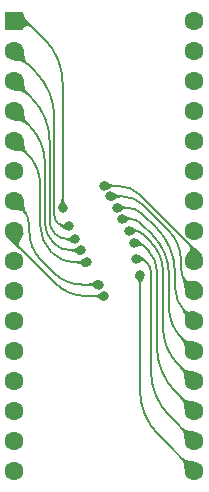
<source format=gbl>
%TF.GenerationSoftware,KiCad,Pcbnew,9.0.2*%
%TF.CreationDate,2025-06-27T13:20:57+02:00*%
%TF.ProjectId,TSSOP32-14mm Adapter,5453534f-5033-4322-9d31-346d6d204164,V1*%
%TF.SameCoordinates,Original*%
%TF.FileFunction,Copper,L2,Bot*%
%TF.FilePolarity,Positive*%
%FSLAX46Y46*%
G04 Gerber Fmt 4.6, Leading zero omitted, Abs format (unit mm)*
G04 Created by KiCad (PCBNEW 9.0.2) date 2025-06-27 13:20:57*
%MOMM*%
%LPD*%
G01*
G04 APERTURE LIST*
G04 Aperture macros list*
%AMRoundRect*
0 Rectangle with rounded corners*
0 $1 Rounding radius*
0 $2 $3 $4 $5 $6 $7 $8 $9 X,Y pos of 4 corners*
0 Add a 4 corners polygon primitive as box body*
4,1,4,$2,$3,$4,$5,$6,$7,$8,$9,$2,$3,0*
0 Add four circle primitives for the rounded corners*
1,1,$1+$1,$2,$3*
1,1,$1+$1,$4,$5*
1,1,$1+$1,$6,$7*
1,1,$1+$1,$8,$9*
0 Add four rect primitives between the rounded corners*
20,1,$1+$1,$2,$3,$4,$5,0*
20,1,$1+$1,$4,$5,$6,$7,0*
20,1,$1+$1,$6,$7,$8,$9,0*
20,1,$1+$1,$8,$9,$2,$3,0*%
G04 Aperture macros list end*
%TA.AperFunction,ComponentPad*%
%ADD10RoundRect,0.250000X-0.550000X-0.550000X0.550000X-0.550000X0.550000X0.550000X-0.550000X0.550000X0*%
%TD*%
%TA.AperFunction,ComponentPad*%
%ADD11C,1.600000*%
%TD*%
%TA.AperFunction,ViaPad*%
%ADD12C,0.800000*%
%TD*%
%TA.AperFunction,Conductor*%
%ADD13C,0.200000*%
%TD*%
G04 APERTURE END LIST*
D10*
%TO.P,J1,1,Pin_1*%
%TO.N,/1*%
X0Y0D03*
D11*
%TO.P,J1,2,Pin_2*%
%TO.N,/2*%
X0Y-2540000D03*
%TO.P,J1,3,Pin_3*%
%TO.N,/3*%
X0Y-5080000D03*
%TO.P,J1,4,Pin_4*%
%TO.N,/4*%
X0Y-7620000D03*
%TO.P,J1,5,Pin_5*%
%TO.N,/5*%
X0Y-10160000D03*
%TO.P,J1,6,Pin_6*%
%TO.N,unconnected-(J1-Pin_6-Pad6)*%
X0Y-12700000D03*
%TO.P,J1,7,Pin_7*%
%TO.N,/7*%
X0Y-15240000D03*
%TO.P,J1,8,Pin_8*%
%TO.N,/8*%
X0Y-17780000D03*
%TO.P,J1,9,Pin_9*%
%TO.N,unconnected-(J1-Pin_9-Pad9)*%
X0Y-20320000D03*
%TO.P,J1,10,Pin_10*%
%TO.N,/10*%
X0Y-22860000D03*
%TO.P,J1,11,Pin_11*%
%TO.N,/11*%
X0Y-25400000D03*
%TO.P,J1,12,Pin_12*%
%TO.N,/12*%
X0Y-27940000D03*
%TO.P,J1,13,Pin_13*%
%TO.N,/13*%
X0Y-30480000D03*
%TO.P,J1,14,Pin_14*%
%TO.N,/14*%
X0Y-33020000D03*
%TO.P,J1,15,Pin_15*%
%TO.N,/15*%
X0Y-35560000D03*
%TO.P,J1,16,Pin_16*%
%TO.N,/16*%
X0Y-38100000D03*
%TO.P,J1,17,Pin_17*%
%TO.N,/17*%
X15240000Y-38100000D03*
%TO.P,J1,18,Pin_18*%
%TO.N,/18*%
X15240000Y-35560000D03*
%TO.P,J1,19,Pin_19*%
%TO.N,/19*%
X15240000Y-33020000D03*
%TO.P,J1,20,Pin_20*%
%TO.N,/20*%
X15240000Y-30480000D03*
%TO.P,J1,21,Pin_21*%
%TO.N,/21*%
X15240000Y-27940000D03*
%TO.P,J1,22,Pin_22*%
%TO.N,/22*%
X15240000Y-25400000D03*
%TO.P,J1,23,Pin_23*%
%TO.N,/23*%
X15240000Y-22860000D03*
%TO.P,J1,24,Pin_24*%
%TO.N,/24*%
X15240000Y-20320000D03*
%TO.P,J1,25,Pin_25*%
%TO.N,/25*%
X15240000Y-17780000D03*
%TO.P,J1,26,Pin_26*%
%TO.N,/26*%
X15240000Y-15240000D03*
%TO.P,J1,27,Pin_27*%
%TO.N,/27*%
X15240000Y-12700000D03*
%TO.P,J1,28,Pin_28*%
%TO.N,/28*%
X15240000Y-10160000D03*
%TO.P,J1,29,Pin_29*%
%TO.N,/29*%
X15240000Y-7620000D03*
%TO.P,J1,30,Pin_30*%
%TO.N,/30*%
X15240000Y-5080000D03*
%TO.P,J1,31,Pin_31*%
%TO.N,/31*%
X15240000Y-2540000D03*
%TO.P,J1,32,Pin_32*%
%TO.N,/32*%
X15240000Y0D03*
%TD*%
D12*
%TO.N,/5*%
X6125000Y-20447000D03*
%TO.N,/23*%
X8125000Y-14859000D03*
%TO.N,/19*%
X10160000Y-18796000D03*
%TO.N,/3*%
X5125000Y-18481326D03*
%TO.N,/18*%
X10328169Y-20151831D03*
%TO.N,/24*%
X7620000Y-13970000D03*
%TO.N,/7*%
X7125000Y-22328009D03*
%TO.N,/17*%
X10617872Y-21502195D03*
%TO.N,/1*%
X4079328Y-15845666D03*
%TO.N,/8*%
X7624999Y-23304205D03*
%TO.N,/20*%
X9724189Y-17762051D03*
%TO.N,/22*%
X8668616Y-15824104D03*
%TO.N,/4*%
X5625000Y-19435233D03*
%TO.N,/21*%
X9125000Y-16764000D03*
%TO.N,/2*%
X4625000Y-17399000D03*
%TD*%
D13*
%TO.N,/2*%
X1784207Y-4324207D02*
G75*
G02*
X3378000Y-8171963I-3847761J-3847758D01*
G01*
X3693755Y-17155755D02*
G75*
G03*
X4281000Y-17398997I587245J587255D01*
G01*
X3378000Y-16444727D02*
G75*
G03*
X3657499Y-17119501I954270J-3D01*
G01*
%TO.N,/21*%
X10736689Y-17184979D02*
G75*
G03*
X9720355Y-16764028I-1016289J-1016321D01*
G01*
X11698355Y-18146645D02*
G75*
G02*
X13081002Y-21484645I-3338005J-3338005D01*
G01*
X13081000Y-24254356D02*
G75*
G03*
X14160501Y-26860499I3685630J-4D01*
G01*
%TO.N,/4*%
X1289000Y-8909000D02*
G75*
G02*
X2578000Y-12020921I-3111928J-3111924D01*
G01*
X3345931Y-18839931D02*
G75*
G03*
X4783116Y-19435237I1437189J1437181D01*
G01*
X2578000Y-17108048D02*
G75*
G03*
X3259616Y-18753616I2327180J-2D01*
G01*
%TO.N,/22*%
X13589000Y-22581566D02*
G75*
G03*
X14414499Y-24574501I2818430J-4D01*
G01*
X11995207Y-17482257D02*
G75*
G02*
X13589004Y-21330013I-3847757J-3847763D01*
G01*
X10926935Y-16413985D02*
G75*
G03*
X9502835Y-15824101I-1424105J-1424105D01*
G01*
%TO.N,/20*%
X11566865Y-18768186D02*
G75*
G02*
X12572999Y-21197210I-2429025J-2429024D01*
G01*
X12573000Y-25927146D02*
G75*
G03*
X13906499Y-29146501I4552850J-4D01*
G01*
X10856491Y-18057812D02*
G75*
G03*
X10142459Y-17762066I-713991J-713988D01*
G01*
%TO.N,/8*%
X0Y-18272182D02*
G75*
G03*
X348025Y-19112390I1188227J-3D01*
G01*
X3449071Y-22213436D02*
G75*
G03*
X6082419Y-23304206I2633349J2633346D01*
G01*
%TO.N,/1*%
X2539664Y-1539663D02*
G75*
G02*
X4079328Y-5256741I-3717083J-3717080D01*
G01*
X1353553Y-353553D02*
G75*
G03*
X500000Y2I-853553J-853547D01*
G01*
%TO.N,/17*%
X10617872Y-31223908D02*
G75*
G03*
X12211664Y-35071664I5441548J-2D01*
G01*
%TO.N,/7*%
X1270000Y-17891125D02*
G75*
G03*
X2246602Y-20248852I3334327J-2D01*
G01*
X3336077Y-21338327D02*
G75*
G03*
X5725379Y-22328010I2389303J2389297D01*
G01*
X635000Y-15875000D02*
G75*
G02*
X1270000Y-17408025I-1533030J-1533028D01*
G01*
%TO.N,/24*%
X10671402Y-14767038D02*
G75*
G03*
X8747182Y-13969996I-1924222J-1924212D01*
G01*
X14891974Y-18987610D02*
G75*
G02*
X15239997Y-19827818I-840174J-840190D01*
G01*
%TO.N,/18*%
X11557000Y-29623036D02*
G75*
G03*
X13150790Y-33470794I5441550J-4D01*
G01*
X11218915Y-20489915D02*
G75*
G02*
X11556981Y-21306123I-816215J-816185D01*
G01*
X11076226Y-20347226D02*
G75*
G03*
X10604500Y-20151815I-471726J-471674D01*
G01*
%TO.N,/3*%
X3434853Y-18039853D02*
G75*
G03*
X4500663Y-18481330I1065817J1065813D01*
G01*
X2978000Y-16947787D02*
G75*
G03*
X3427164Y-18032162I1533530J-3D01*
G01*
X1489000Y-6569000D02*
G75*
G02*
X2978000Y-10163763I-3594766J-3594765D01*
G01*
%TO.N,/19*%
X10847605Y-18975605D02*
G75*
G03*
X10414000Y-18795997I-433605J-433595D01*
G01*
X11366500Y-19494500D02*
G75*
G02*
X12064988Y-21180828I-1686300J-1686300D01*
G01*
X12065000Y-27599935D02*
G75*
G03*
X13652499Y-31432501I5420060J-5D01*
G01*
%TO.N,/23*%
X13067807Y-17776810D02*
G75*
G02*
X14096994Y-20261501I-2484707J-2484690D01*
G01*
X14097000Y-20908776D02*
G75*
G03*
X14668497Y-22288503I1951230J-4D01*
G01*
X10865941Y-15574944D02*
G75*
G03*
X9137498Y-14859005I-1728441J-1728456D01*
G01*
%TO.N,/5*%
X2178000Y-17335797D02*
G75*
G03*
X3089249Y-19535751I3111200J-3D01*
G01*
X3249375Y-19695875D02*
G75*
G03*
X5062750Y-20446997I1813375J1813385D01*
G01*
X1089000Y-11249000D02*
G75*
G02*
X2178000Y-13878078I-2629078J-2629078D01*
G01*
X1089000Y-11249000D02*
X0Y-10160000D01*
X3089250Y-19535750D02*
X3249375Y-19695875D01*
X6125000Y-20447000D02*
X5062750Y-20447000D01*
X2178000Y-17335797D02*
X2178000Y-13878078D01*
%TO.N,/23*%
X14097000Y-20261501D02*
X14097000Y-20908776D01*
X9137498Y-14859000D02*
X8125000Y-14859000D01*
X14668500Y-22288500D02*
X15240000Y-22860000D01*
X13067807Y-17776810D02*
X10865941Y-15574944D01*
%TO.N,/19*%
X12065000Y-21180828D02*
X12065000Y-27599935D01*
X10414000Y-18796000D02*
X10160000Y-18796000D01*
X10847605Y-18975605D02*
X11366500Y-19494500D01*
X13652500Y-31432500D02*
X15240000Y-33020000D01*
%TO.N,/3*%
X1489000Y-6569000D02*
X0Y-5080000D01*
X2978000Y-16947787D02*
X2978000Y-10163763D01*
X4500663Y-18481326D02*
X5125000Y-18481326D01*
X3434853Y-18039853D02*
X3427163Y-18032163D01*
%TO.N,/18*%
X10328169Y-20151831D02*
X10604500Y-20151831D01*
X11557000Y-29623036D02*
X11557000Y-21306123D01*
X11218915Y-20489915D02*
X11076226Y-20347226D01*
X13150792Y-33470792D02*
X15240000Y-35560000D01*
%TO.N,/24*%
X10671402Y-14767038D02*
X14891974Y-18987610D01*
X8747182Y-13970000D02*
X7620000Y-13970000D01*
%TO.N,/7*%
X1270000Y-17891125D02*
X1270000Y-17408025D01*
X635000Y-15875000D02*
X0Y-15240000D01*
X2246602Y-20248852D02*
X3336077Y-21338327D01*
X7125000Y-22328009D02*
X5725379Y-22328009D01*
%TO.N,/17*%
X12211664Y-35071664D02*
X15240000Y-38100000D01*
X10617872Y-31223908D02*
X10617872Y-21502195D01*
%TO.N,/1*%
X4079328Y-5256741D02*
X4079328Y-15845666D01*
X2539664Y-1539663D02*
X1353553Y-353553D01*
%TO.N,/8*%
X348025Y-19112390D02*
X3449071Y-22213436D01*
X7624999Y-23304205D02*
X6082419Y-23304205D01*
%TO.N,/20*%
X12573000Y-21197210D02*
X12573000Y-25927146D01*
X11566865Y-18768186D02*
X10856491Y-18057812D01*
X9724189Y-17762051D02*
X10142459Y-17762051D01*
X13906500Y-29146500D02*
X15240000Y-30480000D01*
%TO.N,/22*%
X8668616Y-15824104D02*
X9502835Y-15824104D01*
X11995207Y-17482257D02*
X10926935Y-16413985D01*
X13589000Y-22581566D02*
X13589000Y-21330013D01*
X14414500Y-24574500D02*
X15240000Y-25400000D01*
%TO.N,/4*%
X3345931Y-18839931D02*
X3259616Y-18753616D01*
X1289000Y-8909000D02*
X0Y-7620000D01*
X2578000Y-12020921D02*
X2578000Y-17108048D01*
X5625000Y-19435233D02*
X4783116Y-19435233D01*
%TO.N,/21*%
X13081000Y-21484645D02*
X13081000Y-24254356D01*
X14160500Y-26860500D02*
X15240000Y-27940000D01*
X10736689Y-17184979D02*
X11698355Y-18146645D01*
X9720355Y-16764000D02*
X9125000Y-16764000D01*
%TO.N,/2*%
X4281000Y-17399000D02*
X4625000Y-17399000D01*
X1784207Y-4324207D02*
X0Y-2540000D01*
X3693755Y-17155755D02*
X3657500Y-17119500D01*
X3378000Y-8171963D02*
X3378000Y-16444727D01*
%TD*%
%TA.AperFunction,Conductor*%
%TO.N,/2*%
G36*
X4543321Y-17011519D02*
G01*
X4549198Y-17018276D01*
X4549574Y-17019688D01*
X4624871Y-17394774D01*
X4623140Y-17403560D01*
X4623112Y-17403601D01*
X4409140Y-17722108D01*
X4401682Y-17727065D01*
X4393141Y-17725451D01*
X4225226Y-17618465D01*
X4225219Y-17618461D01*
X4099998Y-17546911D01*
X4099963Y-17546891D01*
X4099934Y-17546875D01*
X4099934Y-17546874D01*
X4089261Y-17540952D01*
X4089110Y-17540867D01*
X3968372Y-17471509D01*
X3967903Y-17471225D01*
X3807302Y-17368670D01*
X3802174Y-17361329D01*
X3803738Y-17352512D01*
X3803825Y-17352377D01*
X3902263Y-17205052D01*
X3909708Y-17200078D01*
X3917833Y-17201415D01*
X3965918Y-17229132D01*
X4016873Y-17247943D01*
X4062497Y-17254162D01*
X4104078Y-17249572D01*
X4180253Y-17215087D01*
X4255690Y-17158740D01*
X4300898Y-17123377D01*
X4301871Y-17122695D01*
X4416726Y-17050639D01*
X4419214Y-17049462D01*
X4534390Y-17010896D01*
X4543321Y-17011519D01*
G37*
%TD.AperFunction*%
%TD*%
%TA.AperFunction,Conductor*%
%TO.N,/8*%
G36*
X4048Y-17780242D02*
G01*
X772259Y-17933602D01*
X779700Y-17938583D01*
X781441Y-17947367D01*
X781236Y-17948222D01*
X738973Y-18099630D01*
X738432Y-18101153D01*
X676406Y-18243685D01*
X675867Y-18244766D01*
X604632Y-18370995D01*
X604288Y-18371566D01*
X580248Y-18409009D01*
X531265Y-18485303D01*
X494957Y-18540952D01*
X430779Y-18653811D01*
X411231Y-18688188D01*
X376295Y-18800591D01*
X376294Y-18800594D01*
X379024Y-18906081D01*
X396215Y-18962510D01*
X396217Y-18962516D01*
X425675Y-19021403D01*
X473517Y-19089523D01*
X518266Y-19139003D01*
X531670Y-19153825D01*
X534677Y-19162260D01*
X531265Y-19169946D01*
X405723Y-19295488D01*
X397450Y-19298915D01*
X389449Y-19295751D01*
X137960Y-19060014D01*
X137935Y-19059992D01*
X-61203Y-18894222D01*
X-61248Y-18894184D01*
X-239030Y-18744675D01*
X-239647Y-18744118D01*
X-329162Y-18657271D01*
X-329719Y-18656693D01*
X-423997Y-18551740D01*
X-424498Y-18551143D01*
X-536021Y-18409009D01*
X-536402Y-18408495D01*
X-658330Y-18234238D01*
X-660266Y-18225494D01*
X-655452Y-18217944D01*
X-655256Y-18217810D01*
X-480021Y-18100411D01*
X-4744Y-17781997D01*
X4035Y-17780240D01*
X4048Y-17780242D01*
G37*
%TD.AperFunction*%
%TD*%
%TA.AperFunction,Conductor*%
%TO.N,/1*%
G36*
X792396Y572337D02*
G01*
X794583Y566937D01*
X802473Y508064D01*
X802478Y508045D01*
X825866Y430856D01*
X825870Y430846D01*
X872085Y328946D01*
X872092Y328932D01*
X933969Y223867D01*
X933974Y223860D01*
X1025162Y95927D01*
X1025165Y95923D01*
X1128607Y-28560D01*
X1128615Y-28569D01*
X1244472Y-151191D01*
X1244479Y-151198D01*
X1360466Y-259778D01*
X1360468Y-259781D01*
X1529059Y-390030D01*
X1533511Y-397800D01*
X1531165Y-406442D01*
X1530179Y-407562D01*
X1403841Y-533900D01*
X1395568Y-537327D01*
X1390818Y-536319D01*
X1309674Y-500267D01*
X1309664Y-500264D01*
X1151417Y-472447D01*
X1151408Y-472446D01*
X993926Y-480074D01*
X993920Y-480075D01*
X861871Y-518361D01*
X861869Y-518362D01*
X760410Y-581547D01*
X688303Y-667981D01*
X663140Y-720732D01*
X663139Y-720732D01*
X651830Y-759728D01*
X646234Y-766719D01*
X637334Y-767706D01*
X631576Y-763925D01*
X628105Y-759728D01*
X7165Y-8813D01*
X4535Y-254D01*
X8727Y7659D01*
X9229Y8051D01*
X128121Y95923D01*
X581273Y430846D01*
X776033Y574792D01*
X784723Y576954D01*
X792396Y572337D01*
G37*
%TD.AperFunction*%
%TD*%
%TA.AperFunction,Conductor*%
%TO.N,/24*%
G36*
X14850548Y-18804245D02*
G01*
X14908574Y-18858637D01*
X15102038Y-19039983D01*
X15102063Y-19040005D01*
X15301202Y-19205776D01*
X15301247Y-19205814D01*
X15479031Y-19355325D01*
X15479648Y-19355882D01*
X15569163Y-19442729D01*
X15569720Y-19443307D01*
X15663998Y-19548259D01*
X15664499Y-19548856D01*
X15776022Y-19690990D01*
X15776403Y-19691504D01*
X15898331Y-19865761D01*
X15900267Y-19874505D01*
X15895453Y-19882055D01*
X15895257Y-19882189D01*
X15244744Y-20318001D01*
X15235963Y-20319759D01*
X15235941Y-20319755D01*
X14467741Y-20166397D01*
X14460299Y-20161416D01*
X14458558Y-20152632D01*
X14458758Y-20151794D01*
X14501027Y-20000364D01*
X14501567Y-19998845D01*
X14552332Y-19882189D01*
X14563597Y-19856302D01*
X14564125Y-19855242D01*
X14635387Y-19728966D01*
X14635688Y-19728466D01*
X14708734Y-19614695D01*
X14745041Y-19559048D01*
X14828767Y-19411809D01*
X14863702Y-19299406D01*
X14860973Y-19193916D01*
X14843781Y-19137483D01*
X14814323Y-19078596D01*
X14766481Y-19010476D01*
X14708327Y-18946173D01*
X14705320Y-18937738D01*
X14708731Y-18930053D01*
X14834276Y-18804508D01*
X14842548Y-18801082D01*
X14850548Y-18804245D01*
G37*
%TD.AperFunction*%
%TD*%
%TA.AperFunction,Conductor*%
%TO.N,/18*%
G36*
X10560079Y-19825624D02*
G01*
X10700756Y-19918346D01*
X10700759Y-19918350D01*
X10700761Y-19918349D01*
X10798675Y-19982955D01*
X10799216Y-19983337D01*
X10938172Y-20087332D01*
X10945044Y-20092475D01*
X10945911Y-20093191D01*
X11132285Y-20262891D01*
X11136095Y-20270995D01*
X11133059Y-20279419D01*
X11132880Y-20279612D01*
X11010717Y-20407861D01*
X11002529Y-20411488D01*
X10994785Y-20408804D01*
X10954746Y-20375661D01*
X10954743Y-20375659D01*
X10910402Y-20350908D01*
X10895810Y-20346903D01*
X10869172Y-20339591D01*
X10869169Y-20339591D01*
X10830059Y-20339787D01*
X10830058Y-20339788D01*
X10754212Y-20367062D01*
X10754210Y-20367063D01*
X10675033Y-20417328D01*
X10674774Y-20417487D01*
X10535708Y-20500783D01*
X10533388Y-20501848D01*
X10418767Y-20539967D01*
X10409835Y-20539326D01*
X10403973Y-20532557D01*
X10403605Y-20531172D01*
X10328402Y-20155918D01*
X10330135Y-20147136D01*
X10543930Y-19828868D01*
X10551387Y-19823913D01*
X10560079Y-19825624D01*
G37*
%TD.AperFunction*%
%TD*%
%TA.AperFunction,Conductor*%
%TO.N,/19*%
G36*
X10391762Y-18470200D02*
G01*
X10392001Y-18470365D01*
X10396250Y-18473388D01*
X10670822Y-18668737D01*
X10672100Y-18669790D01*
X10899675Y-18886121D01*
X10899885Y-18886327D01*
X10954678Y-18941240D01*
X10958096Y-18949516D01*
X10954669Y-18957776D01*
X10829241Y-19083204D01*
X10820968Y-19086631D01*
X10813276Y-19083747D01*
X10774369Y-19049803D01*
X10774368Y-19049802D01*
X10745451Y-19032473D01*
X10730891Y-19023747D01*
X10730888Y-19023746D01*
X10730885Y-19023744D01*
X10690114Y-19010874D01*
X10690108Y-19010873D01*
X10651074Y-19009296D01*
X10574361Y-19032472D01*
X10493113Y-19078129D01*
X10492994Y-19078195D01*
X10371502Y-19144624D01*
X10369513Y-19145483D01*
X10250546Y-19184238D01*
X10241618Y-19183542D01*
X10235797Y-19176737D01*
X10235453Y-19175424D01*
X10160250Y-18800069D01*
X10161985Y-18791285D01*
X10162010Y-18791248D01*
X10243981Y-18669219D01*
X10375527Y-18473387D01*
X10382984Y-18468431D01*
X10391762Y-18470200D01*
G37*
%TD.AperFunction*%
%TD*%
%TA.AperFunction,Conductor*%
%TO.N,/5*%
G36*
X781405Y-10008059D02*
G01*
X786373Y-10015509D01*
X786463Y-10016025D01*
X822736Y-10255046D01*
X822833Y-10255895D01*
X838317Y-10455370D01*
X857417Y-10661256D01*
X857418Y-10661262D01*
X857419Y-10661266D01*
X898357Y-10812935D01*
X898358Y-10812937D01*
X898358Y-10812938D01*
X934437Y-10889861D01*
X961154Y-10933136D01*
X984485Y-10970928D01*
X984487Y-10970931D01*
X984488Y-10970932D01*
X1060282Y-11069385D01*
X1060291Y-11069395D01*
X1152915Y-11170783D01*
X1155965Y-11179202D01*
X1152451Y-11187045D01*
X1025539Y-11310963D01*
X1017225Y-11314291D01*
X1009280Y-11311049D01*
X913025Y-11219028D01*
X913018Y-11219021D01*
X818524Y-11143190D01*
X818518Y-11143186D01*
X731109Y-11087846D01*
X647965Y-11049506D01*
X647962Y-11049505D01*
X566248Y-11024663D01*
X509570Y-11014542D01*
X483123Y-11009819D01*
X483120Y-11009818D01*
X483116Y-11009818D01*
X301337Y-10996124D01*
X127170Y-10984942D01*
X126270Y-10984849D01*
X-143847Y-10946369D01*
X-151554Y-10941810D01*
X-153780Y-10933136D01*
X-153675Y-10932515D01*
X-19812Y-10255895D01*
X-2218Y-10166970D01*
X2749Y-10159521D01*
X6985Y-10157764D01*
X772625Y-10006302D01*
X781405Y-10008059D01*
G37*
%TD.AperFunction*%
%TD*%
%TA.AperFunction,Conductor*%
%TO.N,/5*%
G36*
X6043916Y-20058988D02*
G01*
X6049263Y-20066171D01*
X6049388Y-20066722D01*
X6125534Y-20444689D01*
X6125534Y-20449311D01*
X6049430Y-20827070D01*
X6044436Y-20834503D01*
X6035649Y-20836229D01*
X6034906Y-20836053D01*
X5932786Y-20808442D01*
X5931128Y-20807857D01*
X5844069Y-20769550D01*
X5842200Y-20768515D01*
X5712291Y-20680143D01*
X5712209Y-20680086D01*
X5614644Y-20611335D01*
X5614643Y-20611334D01*
X5500062Y-20565068D01*
X5424667Y-20551758D01*
X5424658Y-20551757D01*
X5343781Y-20547573D01*
X5335696Y-20543724D01*
X5332686Y-20535889D01*
X5332686Y-20357784D01*
X5336113Y-20349511D01*
X5343434Y-20346123D01*
X5467120Y-20336042D01*
X5566713Y-20306688D01*
X5644180Y-20264213D01*
X5712236Y-20213894D01*
X5762646Y-20175719D01*
X5763788Y-20174958D01*
X5883652Y-20105138D01*
X5885424Y-20104297D01*
X5957182Y-20077405D01*
X5958411Y-20077021D01*
X6035059Y-20057688D01*
X6043916Y-20058988D01*
G37*
%TD.AperFunction*%
%TD*%
%TA.AperFunction,Conductor*%
%TO.N,/23*%
G36*
X8215093Y-14469946D02*
G01*
X8317217Y-14497558D01*
X8318871Y-14498142D01*
X8405930Y-14536449D01*
X8407799Y-14537484D01*
X8475718Y-14583686D01*
X8537763Y-14625894D01*
X8635356Y-14694665D01*
X8749938Y-14740932D01*
X8825327Y-14754241D01*
X8825336Y-14754241D01*
X8825341Y-14754242D01*
X8906218Y-14758426D01*
X8914303Y-14762275D01*
X8917314Y-14770110D01*
X8917314Y-14948215D01*
X8913887Y-14956488D01*
X8906565Y-14959876D01*
X8782879Y-14969958D01*
X8683285Y-14999312D01*
X8683283Y-14999313D01*
X8605821Y-15041786D01*
X8537709Y-15092146D01*
X8487372Y-15130265D01*
X8486198Y-15131048D01*
X8366352Y-15200858D01*
X8364569Y-15201704D01*
X8292822Y-15228592D01*
X8291578Y-15228981D01*
X8234235Y-15243444D01*
X8214942Y-15248310D01*
X8206083Y-15247011D01*
X8200736Y-15239828D01*
X8200611Y-15239277D01*
X8198458Y-15228592D01*
X8124465Y-14861308D01*
X8124465Y-14856691D01*
X8200569Y-14478927D01*
X8205563Y-14471496D01*
X8214350Y-14469770D01*
X8215093Y-14469946D01*
G37*
%TD.AperFunction*%
%TD*%
%TA.AperFunction,Conductor*%
%TO.N,/23*%
G36*
X14348682Y-21636198D02*
G01*
X14405535Y-21751937D01*
X14405540Y-21751945D01*
X14460085Y-21829053D01*
X14472496Y-21846598D01*
X14544659Y-21914752D01*
X14544661Y-21914753D01*
X14621960Y-21960826D01*
X14621961Y-21960826D01*
X14621964Y-21960828D01*
X14704351Y-21989257D01*
X14791756Y-22004466D01*
X14981376Y-22012938D01*
X15136054Y-22017528D01*
X15137215Y-22017621D01*
X15329260Y-22042817D01*
X15331263Y-22043262D01*
X15507541Y-22098977D01*
X15509599Y-22099852D01*
X15673199Y-22188710D01*
X15678834Y-22195670D01*
X15677896Y-22204575D01*
X15677350Y-22205481D01*
X15243079Y-22856877D01*
X15235638Y-22861860D01*
X15235612Y-22861865D01*
X14467109Y-23013751D01*
X14458329Y-23011993D01*
X14453363Y-23004541D01*
X14453326Y-23004344D01*
X14404363Y-22723652D01*
X14404291Y-22723180D01*
X14375669Y-22505916D01*
X14375668Y-22505910D01*
X14354550Y-22344980D01*
X14354545Y-22344956D01*
X14324310Y-22205481D01*
X14299580Y-22091398D01*
X14243437Y-21919262D01*
X14163230Y-21713556D01*
X14163418Y-21704607D01*
X14169652Y-21698500D01*
X14333707Y-21630548D01*
X14342658Y-21630548D01*
X14348682Y-21636198D01*
G37*
%TD.AperFunction*%
%TD*%
%TA.AperFunction,Conductor*%
%TO.N,/19*%
G36*
X14198474Y-31836547D02*
G01*
X14301601Y-31933364D01*
X14301604Y-31933366D01*
X14301606Y-31933368D01*
X14401640Y-32013216D01*
X14493572Y-32071992D01*
X14580664Y-32113356D01*
X14639579Y-32132378D01*
X14666175Y-32140966D01*
X14666177Y-32140966D01*
X14666179Y-32140967D01*
X14753377Y-32158485D01*
X14945873Y-32177876D01*
X15091514Y-32190305D01*
X15092193Y-32190384D01*
X15383923Y-32233573D01*
X15391606Y-32238175D01*
X15393784Y-32246860D01*
X15393688Y-32247418D01*
X15242227Y-33013020D01*
X15237259Y-33020470D01*
X15233020Y-33022227D01*
X14467315Y-33173709D01*
X14458534Y-33171952D01*
X14453566Y-33164502D01*
X14453492Y-33164088D01*
X14416213Y-32926351D01*
X14416123Y-32925616D01*
X14397876Y-32725876D01*
X14397876Y-32725873D01*
X14372748Y-32499645D01*
X14327165Y-32345514D01*
X14288254Y-32266921D01*
X14235073Y-32184227D01*
X14154608Y-32083032D01*
X14056538Y-31978473D01*
X14053379Y-31970095D01*
X14056799Y-31962198D01*
X14182194Y-31836803D01*
X14190466Y-31833377D01*
X14198474Y-31836547D01*
G37*
%TD.AperFunction*%
%TD*%
%TA.AperFunction,Conductor*%
%TO.N,/3*%
G36*
X781465Y-4928047D02*
G01*
X786433Y-4935497D01*
X786514Y-4935955D01*
X823784Y-5173633D01*
X823876Y-5174382D01*
X842123Y-5374122D01*
X867250Y-5600347D01*
X867251Y-5600354D01*
X902065Y-5718073D01*
X912835Y-5754489D01*
X951743Y-5833075D01*
X951745Y-5833078D01*
X1004927Y-5915773D01*
X1061278Y-5986642D01*
X1085391Y-6016967D01*
X1085392Y-6016968D01*
X1183460Y-6121525D01*
X1186620Y-6129904D01*
X1183199Y-6137802D01*
X1057806Y-6263195D01*
X1049533Y-6266622D01*
X1041525Y-6263452D01*
X938397Y-6166635D01*
X938393Y-6166632D01*
X892238Y-6129790D01*
X838360Y-6086783D01*
X746427Y-6028007D01*
X659334Y-5986643D01*
X659331Y-5986642D01*
X573823Y-5959032D01*
X486629Y-5941516D01*
X486615Y-5941514D01*
X294154Y-5922126D01*
X148504Y-5909695D01*
X147786Y-5909611D01*
X-143923Y-5866426D01*
X-151606Y-5861824D01*
X-153784Y-5853139D01*
X-153688Y-5852581D01*
X-2228Y-5086979D01*
X2740Y-5079529D01*
X6976Y-5077772D01*
X772686Y-4926290D01*
X781465Y-4928047D01*
G37*
%TD.AperFunction*%
%TD*%
%TA.AperFunction,Conductor*%
%TO.N,/3*%
G36*
X4909282Y-18158498D02*
G01*
X4909782Y-18159188D01*
X5121612Y-18474961D01*
X5123375Y-18483741D01*
X5121609Y-18488001D01*
X4909326Y-18804151D01*
X4901870Y-18809109D01*
X4893091Y-18807342D01*
X4893043Y-18807310D01*
X4812274Y-18752491D01*
X4652217Y-18652267D01*
X4652218Y-18652267D01*
X4538403Y-18611312D01*
X4377657Y-18580083D01*
X4370189Y-18575142D01*
X4368332Y-18566769D01*
X4396176Y-18390967D01*
X4400854Y-18383334D01*
X4408533Y-18381127D01*
X4434918Y-18382942D01*
X4519857Y-18388788D01*
X4519858Y-18388788D01*
X4519859Y-18388787D01*
X4519863Y-18388788D01*
X4607406Y-18370969D01*
X4677000Y-18331200D01*
X4745163Y-18273749D01*
X4761539Y-18259220D01*
X4762057Y-18258789D01*
X4892861Y-18156489D01*
X4901486Y-18154092D01*
X4909282Y-18158498D01*
G37*
%TD.AperFunction*%
%TD*%
%TA.AperFunction,Conductor*%
%TO.N,/18*%
G36*
X14198474Y-34376547D02*
G01*
X14301601Y-34473364D01*
X14301604Y-34473366D01*
X14301606Y-34473368D01*
X14401640Y-34553216D01*
X14493572Y-34611992D01*
X14580664Y-34653356D01*
X14639579Y-34672378D01*
X14666175Y-34680966D01*
X14666177Y-34680966D01*
X14666179Y-34680967D01*
X14753377Y-34698485D01*
X14945873Y-34717876D01*
X15091514Y-34730305D01*
X15092193Y-34730384D01*
X15383923Y-34773573D01*
X15391606Y-34778175D01*
X15393784Y-34786860D01*
X15393688Y-34787418D01*
X15242227Y-35553020D01*
X15237259Y-35560470D01*
X15233020Y-35562227D01*
X14467315Y-35713709D01*
X14458534Y-35711952D01*
X14453566Y-35704502D01*
X14453492Y-35704088D01*
X14416213Y-35466351D01*
X14416123Y-35465616D01*
X14397876Y-35265876D01*
X14397876Y-35265873D01*
X14372748Y-35039645D01*
X14327165Y-34885514D01*
X14288254Y-34806921D01*
X14235073Y-34724227D01*
X14154608Y-34623032D01*
X14056538Y-34518473D01*
X14053379Y-34510095D01*
X14056799Y-34502198D01*
X14182194Y-34376803D01*
X14190466Y-34373377D01*
X14198474Y-34376547D01*
G37*
%TD.AperFunction*%
%TD*%
%TA.AperFunction,Conductor*%
%TO.N,/24*%
G36*
X7710093Y-13580946D02*
G01*
X7812217Y-13608558D01*
X7813871Y-13609142D01*
X7900930Y-13647449D01*
X7902799Y-13648484D01*
X7970718Y-13694686D01*
X8032763Y-13736894D01*
X8130356Y-13805665D01*
X8244938Y-13851932D01*
X8320327Y-13865241D01*
X8320336Y-13865241D01*
X8320341Y-13865242D01*
X8401218Y-13869426D01*
X8409303Y-13873275D01*
X8412314Y-13881110D01*
X8412314Y-14059215D01*
X8408887Y-14067488D01*
X8401565Y-14070876D01*
X8277879Y-14080958D01*
X8178285Y-14110312D01*
X8178283Y-14110313D01*
X8100821Y-14152786D01*
X8032709Y-14203146D01*
X7982372Y-14241265D01*
X7981198Y-14242048D01*
X7861352Y-14311858D01*
X7859569Y-14312704D01*
X7787822Y-14339592D01*
X7786578Y-14339981D01*
X7729235Y-14354444D01*
X7709942Y-14359310D01*
X7701083Y-14358011D01*
X7695736Y-14350828D01*
X7695611Y-14350277D01*
X7693458Y-14339592D01*
X7619465Y-13972308D01*
X7619465Y-13967691D01*
X7695569Y-13589927D01*
X7700563Y-13582496D01*
X7709350Y-13580770D01*
X7710093Y-13580946D01*
G37*
%TD.AperFunction*%
%TD*%
%TA.AperFunction,Conductor*%
%TO.N,/7*%
G36*
X781456Y-15088048D02*
G01*
X786422Y-15095499D01*
X786504Y-15095966D01*
X827252Y-15357382D01*
X827353Y-15358227D01*
X844238Y-15563895D01*
X844252Y-15564082D01*
X847049Y-15606499D01*
X847051Y-15606511D01*
X870307Y-15806643D01*
X870308Y-15806652D01*
X892970Y-15899743D01*
X928325Y-16001748D01*
X928327Y-16001754D01*
X985744Y-16129439D01*
X1062010Y-16270639D01*
X1062927Y-16279547D01*
X1057566Y-16286332D01*
X903831Y-16375090D01*
X894953Y-16376258D01*
X888165Y-16371324D01*
X824769Y-16273580D01*
X756077Y-16193216D01*
X686827Y-16135739D01*
X686818Y-16135733D01*
X615694Y-16097333D01*
X615679Y-16097327D01*
X541369Y-16074196D01*
X541371Y-16074196D01*
X462545Y-16062524D01*
X441161Y-16062017D01*
X286156Y-16058346D01*
X286127Y-16058345D01*
X78000Y-16054432D01*
X76739Y-16054340D01*
X-143641Y-16026214D01*
X-151414Y-16021767D01*
X-153766Y-16013127D01*
X-153637Y-16012335D01*
X-73261Y-15606511D01*
X-2020Y-15246817D01*
X2947Y-15239369D01*
X7182Y-15237615D01*
X772677Y-15086290D01*
X781456Y-15088048D01*
G37*
%TD.AperFunction*%
%TD*%
%TA.AperFunction,Conductor*%
%TO.N,/7*%
G36*
X7043916Y-21939997D02*
G01*
X7049263Y-21947180D01*
X7049388Y-21947731D01*
X7125534Y-22325698D01*
X7125534Y-22330320D01*
X7049430Y-22708079D01*
X7044436Y-22715512D01*
X7035649Y-22717238D01*
X7034906Y-22717062D01*
X6932786Y-22689451D01*
X6931128Y-22688866D01*
X6844069Y-22650559D01*
X6842200Y-22649524D01*
X6712291Y-22561152D01*
X6712209Y-22561095D01*
X6614644Y-22492344D01*
X6614643Y-22492343D01*
X6500062Y-22446077D01*
X6424667Y-22432767D01*
X6424658Y-22432766D01*
X6343781Y-22428582D01*
X6335696Y-22424733D01*
X6332686Y-22416898D01*
X6332686Y-22238793D01*
X6336113Y-22230520D01*
X6343434Y-22227132D01*
X6467120Y-22217051D01*
X6566713Y-22187697D01*
X6644180Y-22145222D01*
X6712236Y-22094903D01*
X6762646Y-22056728D01*
X6763788Y-22055967D01*
X6883652Y-21986147D01*
X6885424Y-21985306D01*
X6957182Y-21958414D01*
X6958411Y-21958030D01*
X7035059Y-21938697D01*
X7043916Y-21939997D01*
G37*
%TD.AperFunction*%
%TD*%
%TA.AperFunction,Conductor*%
%TO.N,/17*%
G36*
X14198474Y-36916547D02*
G01*
X14301601Y-37013364D01*
X14301604Y-37013366D01*
X14301606Y-37013368D01*
X14401640Y-37093216D01*
X14493572Y-37151992D01*
X14580664Y-37193356D01*
X14639579Y-37212378D01*
X14666175Y-37220966D01*
X14666177Y-37220966D01*
X14666179Y-37220967D01*
X14753377Y-37238485D01*
X14945873Y-37257876D01*
X15091514Y-37270305D01*
X15092193Y-37270384D01*
X15383923Y-37313573D01*
X15391606Y-37318175D01*
X15393784Y-37326860D01*
X15393688Y-37327418D01*
X15242227Y-38093020D01*
X15237259Y-38100470D01*
X15233020Y-38102227D01*
X14467315Y-38253709D01*
X14458534Y-38251952D01*
X14453566Y-38244502D01*
X14453492Y-38244088D01*
X14416213Y-38006351D01*
X14416123Y-38005616D01*
X14397876Y-37805876D01*
X14397876Y-37805873D01*
X14372748Y-37579645D01*
X14327165Y-37425514D01*
X14288254Y-37346921D01*
X14235073Y-37264227D01*
X14154608Y-37163032D01*
X14056538Y-37058473D01*
X14053379Y-37050095D01*
X14056799Y-37042198D01*
X14182194Y-36916803D01*
X14190466Y-36913377D01*
X14198474Y-36916547D01*
G37*
%TD.AperFunction*%
%TD*%
%TA.AperFunction,Conductor*%
%TO.N,/17*%
G36*
X10997942Y-21577764D02*
G01*
X11005375Y-21582758D01*
X11007101Y-21591545D01*
X11006925Y-21592288D01*
X10979314Y-21694408D01*
X10978729Y-21696066D01*
X10940422Y-21783125D01*
X10939387Y-21784994D01*
X10851034Y-21914874D01*
X10850924Y-21915032D01*
X10782207Y-22012548D01*
X10735940Y-22127132D01*
X10722630Y-22202527D01*
X10722629Y-22202536D01*
X10718446Y-22283413D01*
X10714597Y-22291498D01*
X10706762Y-22294509D01*
X10528657Y-22294509D01*
X10520384Y-22291082D01*
X10516996Y-22283760D01*
X10510374Y-22202527D01*
X10506914Y-22160075D01*
X10477560Y-22060482D01*
X10477558Y-22060478D01*
X10435085Y-21983016D01*
X10384758Y-21914947D01*
X10376148Y-21903578D01*
X10346596Y-21864554D01*
X10345822Y-21863392D01*
X10299067Y-21783125D01*
X10276012Y-21743545D01*
X10275167Y-21741763D01*
X10248279Y-21670017D01*
X10247890Y-21668773D01*
X10228560Y-21592134D01*
X10229860Y-21583278D01*
X10237043Y-21577931D01*
X10237585Y-21577807D01*
X10615564Y-21501660D01*
X10620180Y-21501660D01*
X10997942Y-21577764D01*
G37*
%TD.AperFunction*%
%TD*%
%TA.AperFunction,Conductor*%
%TO.N,/1*%
G36*
X4176816Y-15056779D02*
G01*
X4180204Y-15064101D01*
X4190286Y-15187786D01*
X4219640Y-15287380D01*
X4219641Y-15287382D01*
X4262113Y-15364844D01*
X4312441Y-15432913D01*
X4312496Y-15432985D01*
X4350600Y-15483301D01*
X4351377Y-15484467D01*
X4421186Y-15604313D01*
X4422032Y-15606096D01*
X4448920Y-15677843D01*
X4449309Y-15679087D01*
X4468639Y-15755722D01*
X4467339Y-15764582D01*
X4460156Y-15769929D01*
X4459605Y-15770054D01*
X4081639Y-15846200D01*
X4077017Y-15846200D01*
X3699257Y-15770096D01*
X3691824Y-15765102D01*
X3690098Y-15756315D01*
X3690274Y-15755572D01*
X3711125Y-15678455D01*
X3717887Y-15653444D01*
X3718467Y-15651801D01*
X3756779Y-15564728D01*
X3757808Y-15562869D01*
X3846215Y-15432913D01*
X3846245Y-15432869D01*
X3914993Y-15335310D01*
X3961260Y-15220728D01*
X3974569Y-15145339D01*
X3978754Y-15064448D01*
X3982603Y-15056363D01*
X3990438Y-15053352D01*
X4168543Y-15053352D01*
X4176816Y-15056779D01*
G37*
%TD.AperFunction*%
%TD*%
%TA.AperFunction,Conductor*%
%TO.N,/8*%
G36*
X7543915Y-22916193D02*
G01*
X7549262Y-22923376D01*
X7549387Y-22923927D01*
X7625533Y-23301894D01*
X7625533Y-23306516D01*
X7549429Y-23684275D01*
X7544435Y-23691708D01*
X7535648Y-23693434D01*
X7534905Y-23693258D01*
X7432785Y-23665647D01*
X7431127Y-23665062D01*
X7344068Y-23626755D01*
X7342199Y-23625720D01*
X7212290Y-23537348D01*
X7212208Y-23537291D01*
X7114643Y-23468540D01*
X7114642Y-23468539D01*
X7000061Y-23422273D01*
X6924666Y-23408963D01*
X6924657Y-23408962D01*
X6843780Y-23404778D01*
X6835695Y-23400929D01*
X6832685Y-23393094D01*
X6832685Y-23214989D01*
X6836112Y-23206716D01*
X6843433Y-23203328D01*
X6967119Y-23193247D01*
X7066712Y-23163893D01*
X7144179Y-23121418D01*
X7212235Y-23071099D01*
X7262645Y-23032924D01*
X7263787Y-23032163D01*
X7383651Y-22962343D01*
X7385423Y-22961502D01*
X7457181Y-22934610D01*
X7458410Y-22934226D01*
X7535058Y-22914893D01*
X7543915Y-22916193D01*
G37*
%TD.AperFunction*%
%TD*%
%TA.AperFunction,Conductor*%
%TO.N,/20*%
G36*
X9956019Y-17435479D02*
G01*
X10204558Y-17591207D01*
X10451656Y-17700964D01*
X10511480Y-17725666D01*
X10517818Y-17731989D01*
X10517828Y-17740944D01*
X10517823Y-17740956D01*
X10449700Y-17905428D01*
X10443369Y-17911760D01*
X10435857Y-17912251D01*
X10328045Y-17883306D01*
X10238572Y-17893147D01*
X10165595Y-17932724D01*
X10097323Y-17990349D01*
X10040822Y-18039402D01*
X10039561Y-18040355D01*
X9933162Y-18110023D01*
X9930475Y-18111327D01*
X9814801Y-18150144D01*
X9805868Y-18149527D01*
X9799987Y-18142774D01*
X9799611Y-18141368D01*
X9724227Y-17766449D01*
X9725954Y-17757666D01*
X9940097Y-17438870D01*
X9947555Y-17433914D01*
X9956019Y-17435479D01*
G37*
%TD.AperFunction*%
%TD*%
%TA.AperFunction,Conductor*%
%TO.N,/20*%
G36*
X14198474Y-29296547D02*
G01*
X14301601Y-29393364D01*
X14301604Y-29393366D01*
X14301606Y-29393368D01*
X14401640Y-29473216D01*
X14493572Y-29531992D01*
X14580664Y-29573356D01*
X14639579Y-29592378D01*
X14666175Y-29600966D01*
X14666177Y-29600966D01*
X14666179Y-29600967D01*
X14753377Y-29618485D01*
X14945873Y-29637876D01*
X15091514Y-29650305D01*
X15092193Y-29650384D01*
X15383923Y-29693573D01*
X15391606Y-29698175D01*
X15393784Y-29706860D01*
X15393688Y-29707418D01*
X15242227Y-30473020D01*
X15237259Y-30480470D01*
X15233020Y-30482227D01*
X14467315Y-30633709D01*
X14458534Y-30631952D01*
X14453566Y-30624502D01*
X14453492Y-30624088D01*
X14416213Y-30386351D01*
X14416123Y-30385616D01*
X14397876Y-30185876D01*
X14397876Y-30185873D01*
X14372748Y-29959645D01*
X14327165Y-29805514D01*
X14288254Y-29726921D01*
X14235073Y-29644227D01*
X14154608Y-29543032D01*
X14056538Y-29438473D01*
X14053379Y-29430095D01*
X14056799Y-29422198D01*
X14182194Y-29296803D01*
X14190466Y-29293377D01*
X14198474Y-29296547D01*
G37*
%TD.AperFunction*%
%TD*%
%TA.AperFunction,Conductor*%
%TO.N,/22*%
G36*
X8758709Y-15435050D02*
G01*
X8860833Y-15462662D01*
X8862487Y-15463246D01*
X8949546Y-15501553D01*
X8951415Y-15502588D01*
X9019334Y-15548790D01*
X9081379Y-15590998D01*
X9178972Y-15659769D01*
X9293554Y-15706036D01*
X9368943Y-15719345D01*
X9368952Y-15719345D01*
X9368957Y-15719346D01*
X9449834Y-15723530D01*
X9457919Y-15727379D01*
X9460930Y-15735214D01*
X9460930Y-15913319D01*
X9457503Y-15921592D01*
X9450181Y-15924980D01*
X9326495Y-15935062D01*
X9226901Y-15964416D01*
X9226899Y-15964417D01*
X9149437Y-16006890D01*
X9081325Y-16057250D01*
X9030988Y-16095369D01*
X9029814Y-16096152D01*
X8909968Y-16165962D01*
X8908185Y-16166808D01*
X8836438Y-16193696D01*
X8835194Y-16194085D01*
X8777851Y-16208548D01*
X8758558Y-16213414D01*
X8749699Y-16212115D01*
X8744352Y-16204932D01*
X8744227Y-16204381D01*
X8742074Y-16193696D01*
X8668081Y-15826412D01*
X8668081Y-15821795D01*
X8744185Y-15444031D01*
X8749179Y-15436600D01*
X8757966Y-15434874D01*
X8758709Y-15435050D01*
G37*
%TD.AperFunction*%
%TD*%
%TA.AperFunction,Conductor*%
%TO.N,/22*%
G36*
X14389661Y-24407172D02*
G01*
X14455503Y-24481453D01*
X14455513Y-24481463D01*
X14504347Y-24523926D01*
X14524907Y-24541804D01*
X14591826Y-24582991D01*
X14657589Y-24608101D01*
X14712982Y-24618281D01*
X14723516Y-24620217D01*
X14723522Y-24620218D01*
X14790952Y-24622427D01*
X14935608Y-24609460D01*
X14997195Y-24602354D01*
X14997914Y-24602296D01*
X15193940Y-24592799D01*
X15195798Y-24592857D01*
X15383432Y-24613951D01*
X15391271Y-24618281D01*
X15393752Y-24626885D01*
X15393602Y-24627850D01*
X15242144Y-25393094D01*
X15237176Y-25400544D01*
X15232937Y-25402300D01*
X14467276Y-25553717D01*
X14458495Y-25551960D01*
X14453528Y-25544509D01*
X14453453Y-25544089D01*
X14434010Y-25422676D01*
X14433907Y-25421829D01*
X14424313Y-25306930D01*
X14424273Y-25306003D01*
X14424247Y-25114995D01*
X14425690Y-25004130D01*
X14409215Y-24860515D01*
X14387691Y-24789851D01*
X14353754Y-24714245D01*
X14300227Y-24624533D01*
X14232597Y-24532620D01*
X14230455Y-24523926D01*
X14234726Y-24516541D01*
X14373611Y-24405785D01*
X14382215Y-24403307D01*
X14389661Y-24407172D01*
G37*
%TD.AperFunction*%
%TD*%
%TA.AperFunction,Conductor*%
%TO.N,/4*%
G36*
X781465Y-7468047D02*
G01*
X786433Y-7475497D01*
X786514Y-7475955D01*
X823784Y-7713633D01*
X823876Y-7714382D01*
X842123Y-7914122D01*
X867250Y-8140347D01*
X867251Y-8140354D01*
X902065Y-8258073D01*
X912835Y-8294489D01*
X951743Y-8373075D01*
X951745Y-8373078D01*
X1004927Y-8455773D01*
X1061278Y-8526642D01*
X1085391Y-8556967D01*
X1085392Y-8556968D01*
X1183460Y-8661525D01*
X1186620Y-8669904D01*
X1183199Y-8677802D01*
X1057806Y-8803195D01*
X1049533Y-8806622D01*
X1041525Y-8803452D01*
X938397Y-8706635D01*
X938393Y-8706632D01*
X892238Y-8669790D01*
X838360Y-8626783D01*
X746427Y-8568007D01*
X659334Y-8526643D01*
X659331Y-8526642D01*
X573823Y-8499032D01*
X486629Y-8481516D01*
X486615Y-8481514D01*
X294154Y-8462126D01*
X148504Y-8449695D01*
X147786Y-8449611D01*
X-143923Y-8406426D01*
X-151606Y-8401824D01*
X-153784Y-8393139D01*
X-153688Y-8392581D01*
X-2228Y-7626979D01*
X2740Y-7619529D01*
X6976Y-7617772D01*
X772686Y-7466290D01*
X781465Y-7468047D01*
G37*
%TD.AperFunction*%
%TD*%
%TA.AperFunction,Conductor*%
%TO.N,/4*%
G36*
X5543916Y-19047221D02*
G01*
X5549263Y-19054404D01*
X5549388Y-19054955D01*
X5625534Y-19432922D01*
X5625534Y-19437544D01*
X5549430Y-19815303D01*
X5544436Y-19822736D01*
X5535649Y-19824462D01*
X5534906Y-19824286D01*
X5432786Y-19796675D01*
X5431128Y-19796090D01*
X5344069Y-19757783D01*
X5342200Y-19756748D01*
X5212291Y-19668376D01*
X5212209Y-19668319D01*
X5114644Y-19599568D01*
X5114643Y-19599567D01*
X5000062Y-19553301D01*
X4924667Y-19539991D01*
X4924658Y-19539990D01*
X4843781Y-19535806D01*
X4835696Y-19531957D01*
X4832686Y-19524122D01*
X4832686Y-19346017D01*
X4836113Y-19337744D01*
X4843434Y-19334356D01*
X4967120Y-19324275D01*
X5066713Y-19294921D01*
X5144180Y-19252446D01*
X5212236Y-19202127D01*
X5262646Y-19163952D01*
X5263788Y-19163191D01*
X5383652Y-19093371D01*
X5385424Y-19092530D01*
X5457182Y-19065638D01*
X5458411Y-19065254D01*
X5535059Y-19045921D01*
X5543916Y-19047221D01*
G37*
%TD.AperFunction*%
%TD*%
%TA.AperFunction,Conductor*%
%TO.N,/21*%
G36*
X14240194Y-26798409D02*
G01*
X14334938Y-26888816D01*
X14428176Y-26963316D01*
X14514481Y-27017558D01*
X14596595Y-27054988D01*
X14677264Y-27079053D01*
X14759231Y-27093199D01*
X14888877Y-27102131D01*
X14937978Y-27105514D01*
X14937979Y-27105514D01*
X14938037Y-27105518D01*
X15117638Y-27116112D01*
X15118568Y-27116206D01*
X15383829Y-27153644D01*
X15391542Y-27158193D01*
X15393779Y-27166864D01*
X15393672Y-27167500D01*
X15242218Y-27933028D01*
X15237250Y-27940478D01*
X15233011Y-27942235D01*
X14467401Y-28093692D01*
X14458620Y-28091935D01*
X14453652Y-28084485D01*
X14453559Y-28083944D01*
X14432114Y-27940478D01*
X14417715Y-27844144D01*
X14417616Y-27843249D01*
X14403323Y-27643459D01*
X14385956Y-27441406D01*
X14346336Y-27291277D01*
X14311026Y-27215233D01*
X14311024Y-27215229D01*
X14261847Y-27135114D01*
X14187463Y-27038229D01*
X14187457Y-27038221D01*
X14187451Y-27038214D01*
X14187440Y-27038201D01*
X14096607Y-26938742D01*
X14093558Y-26930322D01*
X14097069Y-26922484D01*
X14131523Y-26888816D01*
X14223941Y-26798505D01*
X14232252Y-26795175D01*
X14240194Y-26798409D01*
G37*
%TD.AperFunction*%
%TD*%
%TA.AperFunction,Conductor*%
%TO.N,/21*%
G36*
X9356832Y-16438095D02*
G01*
X9356991Y-16438203D01*
X9465798Y-16513886D01*
X9465905Y-16513962D01*
X9492724Y-16533066D01*
X9492736Y-16533074D01*
X9492738Y-16533075D01*
X9613697Y-16606801D01*
X9709150Y-16639630D01*
X9837905Y-16665013D01*
X9845359Y-16669975D01*
X9847198Y-16678322D01*
X9819346Y-16854215D01*
X9814667Y-16861850D01*
X9807055Y-16864062D01*
X9750581Y-16860506D01*
X9705785Y-16857687D01*
X9705784Y-16857687D01*
X9625715Y-16875598D01*
X9562822Y-16913995D01*
X9502470Y-16968393D01*
X9475348Y-16994010D01*
X9474624Y-16994639D01*
X9357164Y-17088636D01*
X9348564Y-17091130D01*
X9340719Y-17086811D01*
X9340138Y-17086019D01*
X9128387Y-16770364D01*
X9126624Y-16761584D01*
X9128388Y-16757327D01*
X9340598Y-16441284D01*
X9348053Y-16436328D01*
X9356832Y-16438095D01*
G37*
%TD.AperFunction*%
%TD*%
%TA.AperFunction,Conductor*%
%TO.N,/2*%
G36*
X781465Y-2388047D02*
G01*
X786433Y-2395497D01*
X786514Y-2395955D01*
X823784Y-2633633D01*
X823876Y-2634382D01*
X842123Y-2834122D01*
X867250Y-3060347D01*
X867251Y-3060354D01*
X902065Y-3178073D01*
X912835Y-3214489D01*
X951743Y-3293075D01*
X951745Y-3293078D01*
X1004927Y-3375773D01*
X1061278Y-3446642D01*
X1085391Y-3476967D01*
X1085392Y-3476968D01*
X1183460Y-3581525D01*
X1186620Y-3589904D01*
X1183199Y-3597802D01*
X1057806Y-3723195D01*
X1049533Y-3726622D01*
X1041525Y-3723452D01*
X938397Y-3626635D01*
X938393Y-3626632D01*
X892238Y-3589790D01*
X838360Y-3546783D01*
X746427Y-3488007D01*
X659334Y-3446643D01*
X659331Y-3446642D01*
X573823Y-3419032D01*
X486629Y-3401516D01*
X486615Y-3401514D01*
X294154Y-3382126D01*
X148504Y-3369695D01*
X147786Y-3369611D01*
X-143923Y-3326426D01*
X-151606Y-3321824D01*
X-153784Y-3313139D01*
X-153688Y-3312581D01*
X-2228Y-2546979D01*
X2740Y-2539529D01*
X6976Y-2537772D01*
X772686Y-2386290D01*
X781465Y-2388047D01*
G37*
%TD.AperFunction*%
%TD*%
M02*

</source>
